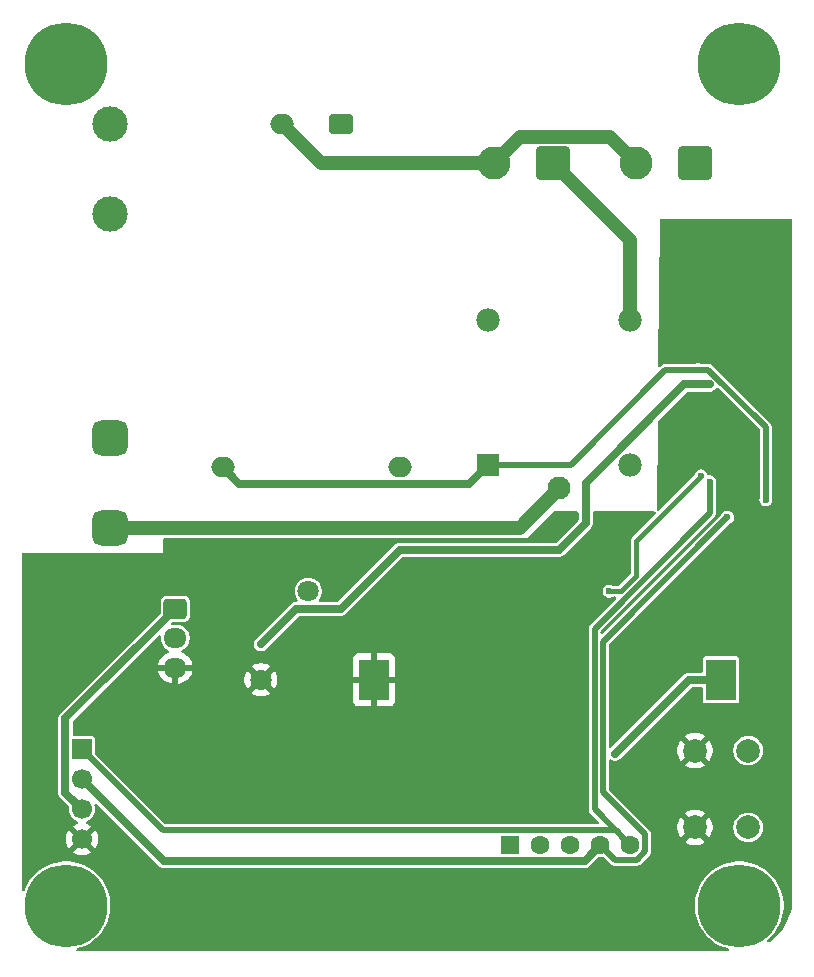
<source format=gbr>
%TF.GenerationSoftware,KiCad,Pcbnew,9.0.7-9.0.7~ubuntu22.04.1*%
%TF.CreationDate,2026-01-30T05:50:44+05:30*%
%TF.ProjectId,SOLDERING_IRON_CONTROLLER,534f4c44-4552-4494-9e47-5f49524f4e5f,rev?*%
%TF.SameCoordinates,Original*%
%TF.FileFunction,Copper,L2,Bot*%
%TF.FilePolarity,Positive*%
%FSLAX46Y46*%
G04 Gerber Fmt 4.6, Leading zero omitted, Abs format (unit mm)*
G04 Created by KiCad (PCBNEW 9.0.7-9.0.7~ubuntu22.04.1) date 2026-01-30 05:50:44*
%MOMM*%
%LPD*%
G01*
G04 APERTURE LIST*
G04 Aperture macros list*
%AMRoundRect*
0 Rectangle with rounded corners*
0 $1 Rounding radius*
0 $2 $3 $4 $5 $6 $7 $8 $9 X,Y pos of 4 corners*
0 Add a 4 corners polygon primitive as box body*
4,1,4,$2,$3,$4,$5,$6,$7,$8,$9,$2,$3,0*
0 Add four circle primitives for the rounded corners*
1,1,$1+$1,$2,$3*
1,1,$1+$1,$4,$5*
1,1,$1+$1,$6,$7*
1,1,$1+$1,$8,$9*
0 Add four rect primitives between the rounded corners*
20,1,$1+$1,$2,$3,$4,$5,0*
20,1,$1+$1,$4,$5,$6,$7,0*
20,1,$1+$1,$6,$7,$8,$9,0*
20,1,$1+$1,$8,$9,$2,$3,0*%
G04 Aperture macros list end*
%TA.AperFunction,ComponentPad*%
%ADD10RoundRect,0.750000X0.750000X-0.750000X0.750000X0.750000X-0.750000X0.750000X-0.750000X-0.750000X0*%
%TD*%
%TA.AperFunction,ComponentPad*%
%ADD11C,3.000000*%
%TD*%
%TA.AperFunction,ComponentPad*%
%ADD12C,0.800000*%
%TD*%
%TA.AperFunction,ComponentPad*%
%ADD13C,7.000000*%
%TD*%
%TA.AperFunction,ComponentPad*%
%ADD14R,1.600000X1.600000*%
%TD*%
%TA.AperFunction,ComponentPad*%
%ADD15C,1.600000*%
%TD*%
%TA.AperFunction,ComponentPad*%
%ADD16RoundRect,0.250001X1.149999X1.149999X-1.149999X1.149999X-1.149999X-1.149999X1.149999X-1.149999X0*%
%TD*%
%TA.AperFunction,ComponentPad*%
%ADD17C,2.800000*%
%TD*%
%TA.AperFunction,ComponentPad*%
%ADD18C,1.800000*%
%TD*%
%TA.AperFunction,ComponentPad*%
%ADD19RoundRect,0.250000X-0.750000X0.600000X-0.750000X-0.600000X0.750000X-0.600000X0.750000X0.600000X0*%
%TD*%
%TA.AperFunction,ComponentPad*%
%ADD20O,2.000000X1.700000*%
%TD*%
%TA.AperFunction,ComponentPad*%
%ADD21RoundRect,0.250000X-0.725000X0.600000X-0.725000X-0.600000X0.725000X-0.600000X0.725000X0.600000X0*%
%TD*%
%TA.AperFunction,ComponentPad*%
%ADD22O,1.950000X1.700000*%
%TD*%
%TA.AperFunction,ComponentPad*%
%ADD23R,1.980000X1.980000*%
%TD*%
%TA.AperFunction,ComponentPad*%
%ADD24C,1.980000*%
%TD*%
%TA.AperFunction,ComponentPad*%
%ADD25C,1.935000*%
%TD*%
%TA.AperFunction,ComponentPad*%
%ADD26C,2.000000*%
%TD*%
%TA.AperFunction,ComponentPad*%
%ADD27R,1.700000X1.700000*%
%TD*%
%TA.AperFunction,ComponentPad*%
%ADD28C,1.700000*%
%TD*%
%TA.AperFunction,SMDPad,CuDef*%
%ADD29R,2.540000X3.510000*%
%TD*%
%TA.AperFunction,ViaPad*%
%ADD30C,0.600000*%
%TD*%
%TA.AperFunction,ViaPad*%
%ADD31C,0.800000*%
%TD*%
%TA.AperFunction,Conductor*%
%ADD32C,0.500000*%
%TD*%
%TA.AperFunction,Conductor*%
%ADD33C,0.700000*%
%TD*%
%TA.AperFunction,Conductor*%
%ADD34C,0.400000*%
%TD*%
%TA.AperFunction,Conductor*%
%ADD35C,1.200000*%
%TD*%
G04 APERTURE END LIST*
D10*
%TO.P,F1,1*%
%TO.N,LIVE*%
X129750000Y-91370000D03*
X129750000Y-83750000D03*
D11*
%TO.P,F1,2*%
%TO.N,FUSED_LIVE*%
X129750000Y-64780000D03*
X129750000Y-57160000D03*
%TD*%
D12*
%TO.P,H3,1*%
%TO.N,N/C*%
X183010000Y-120735000D03*
X184866155Y-121503845D03*
X181153845Y-121503845D03*
X185635000Y-123360000D03*
D13*
X183010000Y-123360000D03*
D12*
X180385000Y-123360000D03*
X184866155Y-125216155D03*
X181153845Y-125216155D03*
X183010000Y-125985000D03*
%TD*%
D14*
%TO.P,RN1,1,common*%
%TO.N,3V3*%
X163640000Y-118235000D03*
D15*
%TO.P,RN1,2,R1*%
%TO.N,unconnected-(RN1-R1-Pad2)*%
X166180000Y-118235000D03*
%TO.P,RN1,3,R2*%
%TO.N,INT*%
X168720000Y-118235000D03*
%TO.P,RN1,4,R3*%
%TO.N,SCL*%
X171260000Y-118235000D03*
%TO.P,RN1,5,R4*%
%TO.N,SDA*%
X173800000Y-118235000D03*
%TD*%
D16*
%TO.P,J3,1,Pin_1*%
%TO.N,/LIVE1*%
X167260000Y-60485000D03*
D17*
%TO.P,J3,2,Pin_2*%
%TO.N,NEUTRAL*%
X162260000Y-60485000D03*
%TD*%
D18*
%TO.P,RV1,1*%
%TO.N,5V*%
X146510000Y-96735000D03*
%TO.P,RV1,2*%
%TO.N,GND*%
X142510000Y-104235000D03*
%TD*%
D19*
%TO.P,PS1,1,AC/L*%
%TO.N,FUSED_LIVE*%
X149260000Y-57155000D03*
D20*
%TO.P,PS1,2,AC/N*%
%TO.N,NEUTRAL*%
X144260000Y-57155000D03*
%TO.P,PS1,3,-Vout*%
%TO.N,GND*%
X154260000Y-86235000D03*
%TO.P,PS1,4,+Vout*%
%TO.N,5V*%
X139260000Y-86235000D03*
%TD*%
D21*
%TO.P,J4,1,Pin_1*%
%TO.N,5V*%
X135260000Y-98217500D03*
D22*
%TO.P,J4,2,Pin_2*%
%TO.N,/TEMP*%
X135260000Y-100717500D03*
%TO.P,J4,3,Pin_3*%
%TO.N,GND*%
X135260000Y-103217500D03*
%TD*%
D23*
%TO.P,K1,A1*%
%TO.N,5V*%
X161760000Y-86020000D03*
D24*
%TO.P,K1,A2*%
%TO.N,/MOS_1*%
X173760000Y-86020000D03*
D25*
%TO.P,K1,COM*%
%TO.N,LIVE*%
X167760000Y-88020000D03*
D24*
%TO.P,K1,NC*%
%TO.N,unconnected-(K1-PadNC)*%
X161760000Y-73820000D03*
%TO.P,K1,NO*%
%TO.N,/LIVE1*%
X173760000Y-73820000D03*
%TD*%
D26*
%TO.P,SW1,1,1*%
%TO.N,/SW*%
X183760000Y-110235000D03*
X183760000Y-116735000D03*
%TO.P,SW1,2,2*%
%TO.N,GND*%
X179260000Y-110235000D03*
X179260000Y-116735000D03*
%TD*%
D12*
%TO.P,H1,1*%
%TO.N,N/C*%
X183010000Y-49485000D03*
X184866155Y-50253845D03*
X181153845Y-50253845D03*
X185635000Y-52110000D03*
D13*
X183010000Y-52110000D03*
D12*
X180385000Y-52110000D03*
X184866155Y-53966155D03*
X181153845Y-53966155D03*
X183010000Y-54735000D03*
%TD*%
D27*
%TO.P,J1,1,Pin_1*%
%TO.N,SDA*%
X127360000Y-110115000D03*
D28*
%TO.P,J1,2,Pin_2*%
%TO.N,SCL*%
X127360000Y-112655000D03*
%TO.P,J1,3,Pin_3*%
%TO.N,5V*%
X127360000Y-115195000D03*
%TO.P,J1,4,Pin_4*%
%TO.N,GND*%
X127360000Y-117735000D03*
%TD*%
D16*
%TO.P,J5,1,Pin_1*%
%TO.N,LIVE*%
X179260000Y-60485000D03*
D17*
%TO.P,J5,2,Pin_2*%
%TO.N,NEUTRAL*%
X174260000Y-60485000D03*
%TD*%
D12*
%TO.P,H2,1*%
%TO.N,N/C*%
X126010000Y-49485000D03*
X127866155Y-50253845D03*
X124153845Y-50253845D03*
X128635000Y-52110000D03*
D13*
X126010000Y-52110000D03*
D12*
X123385000Y-52110000D03*
X127866155Y-53966155D03*
X124153845Y-53966155D03*
X126010000Y-54735000D03*
%TD*%
%TO.P,H4,1*%
%TO.N,N/C*%
X126010000Y-120735000D03*
X127866155Y-121503845D03*
X124153845Y-121503845D03*
X128635000Y-123360000D03*
D13*
X126010000Y-123360000D03*
D12*
X123385000Y-123360000D03*
X127866155Y-125216155D03*
X124153845Y-125216155D03*
X126010000Y-125985000D03*
%TD*%
D29*
%TO.P,J2,1,Pin_1*%
%TO.N,VBAT*%
X181440000Y-104235000D03*
%TO.P,J2,2,Pin_2*%
%TO.N,GND*%
X152080000Y-104235000D03*
%TD*%
D30*
%TO.N,5V*%
X179510000Y-77985000D03*
X185260000Y-88985000D03*
D31*
%TO.N,GND*%
X174760000Y-109985000D03*
X184010000Y-90235000D03*
X186510000Y-108485000D03*
X181260000Y-83735000D03*
D30*
%TO.N,SDA*%
X180510000Y-87485000D03*
%TO.N,SCL*%
X182010000Y-90485000D03*
%TO.N,VBAT*%
X172510000Y-110485000D03*
%TO.N,/TEMP*%
X180510000Y-79235000D03*
X142510000Y-101235000D03*
%TO.N,REL1*%
X179760000Y-86985000D03*
X172010000Y-96735000D03*
%TD*%
D32*
%TO.N,5V*%
X180392785Y-77985000D02*
X185260000Y-82852215D01*
D33*
X125959000Y-113794000D02*
X125959000Y-107518500D01*
X125959000Y-107518500D02*
X135260000Y-98217500D01*
D32*
X185260000Y-82852215D02*
X185260000Y-88985000D01*
X179510000Y-77985000D02*
X180392785Y-77985000D01*
D33*
X139260000Y-86235000D02*
X140661000Y-87636000D01*
X160144000Y-87636000D02*
X161760000Y-86020000D01*
D32*
X161760000Y-86020000D02*
X168725000Y-86020000D01*
D33*
X140661000Y-87636000D02*
X160144000Y-87636000D01*
D32*
X168725000Y-86020000D02*
X176760000Y-77985000D01*
D33*
X127360000Y-115195000D02*
X125959000Y-113794000D01*
D32*
X176760000Y-77985000D02*
X179510000Y-77985000D01*
D34*
%TO.N,GND*%
X176260000Y-108485000D02*
X174760000Y-109985000D01*
X181260000Y-83735000D02*
X184010000Y-86485000D01*
X186510000Y-108485000D02*
X176260000Y-108485000D01*
X184010000Y-86485000D02*
X184010000Y-90235000D01*
D35*
%TO.N,LIVE*%
X164410000Y-91370000D02*
X167760000Y-88020000D01*
X129750000Y-91370000D02*
X164410000Y-91370000D01*
D32*
%TO.N,SDA*%
X173800000Y-118235000D02*
X170760000Y-115195000D01*
X180510000Y-90155654D02*
X180510000Y-87485000D01*
X170760000Y-115195000D02*
X170760000Y-99905654D01*
X170760000Y-99905654D02*
X180510000Y-90155654D01*
X161260000Y-116985000D02*
X134230000Y-116985000D01*
X134230000Y-116985000D02*
X127360000Y-110115000D01*
X172549000Y-116984000D02*
X161261000Y-116984000D01*
X161261000Y-116984000D02*
X161260000Y-116985000D01*
X173800000Y-118235000D02*
X172549000Y-116984000D01*
%TO.N,SCL*%
X174318182Y-119486000D02*
X175051000Y-118753182D01*
X172511000Y-119486000D02*
X174318182Y-119486000D01*
D33*
X127360000Y-112655000D02*
X134291000Y-119586000D01*
D32*
X171461000Y-101034000D02*
X182010000Y-90485000D01*
D33*
X169909000Y-119586000D02*
X171260000Y-118235000D01*
D32*
X171260000Y-118235000D02*
X172511000Y-119486000D01*
D33*
X134291000Y-119586000D02*
X169909000Y-119586000D01*
D32*
X175051000Y-117325000D02*
X171461000Y-113735000D01*
X175051000Y-118753182D02*
X175051000Y-117325000D01*
X171461000Y-113735000D02*
X171461000Y-101034000D01*
D33*
%TO.N,VBAT*%
X181440000Y-104235000D02*
X178760000Y-104235000D01*
X178760000Y-104235000D02*
X172510000Y-110485000D01*
D35*
%TO.N,NEUTRAL*%
X162260000Y-60485000D02*
X147590000Y-60485000D01*
X172059000Y-58284000D02*
X164461000Y-58284000D01*
X174260000Y-60485000D02*
X172059000Y-58284000D01*
X164461000Y-58284000D02*
X162260000Y-60485000D01*
X147590000Y-60485000D02*
X144260000Y-57155000D01*
%TO.N,/LIVE1*%
X173760000Y-66985000D02*
X167260000Y-60485000D01*
X173760000Y-73820000D02*
X173760000Y-66985000D01*
D33*
%TO.N,/TEMP*%
X170010000Y-90985000D02*
X167760000Y-93235000D01*
X170010000Y-87590696D02*
X170010000Y-90985000D01*
X145510000Y-98235000D02*
X142510000Y-101235000D01*
X167760000Y-93235000D02*
X154260000Y-93235000D01*
X180510000Y-79235000D02*
X178365696Y-79235000D01*
X154260000Y-93235000D02*
X149260000Y-98235000D01*
X149260000Y-98235000D02*
X145510000Y-98235000D01*
X178365696Y-79235000D02*
X170010000Y-87590696D01*
D34*
%TO.N,REL1*%
X179760000Y-86985000D02*
X174260000Y-92485000D01*
X174260000Y-95485000D02*
X173010000Y-96735000D01*
X174260000Y-92485000D02*
X174260000Y-95485000D01*
X173010000Y-96735000D02*
X172010000Y-96735000D01*
%TD*%
%TA.AperFunction,Conductor*%
%TO.N,GND*%
G36*
X187452539Y-65254685D02*
G01*
X187498294Y-65307489D01*
X187509500Y-65359000D01*
X187509500Y-122732293D01*
X187509382Y-122737702D01*
X187492614Y-123121750D01*
X187491671Y-123132526D01*
X187441849Y-123510957D01*
X187439971Y-123521610D01*
X187357354Y-123894272D01*
X187354554Y-123904721D01*
X187239775Y-124268755D01*
X187236075Y-124278921D01*
X187090002Y-124631572D01*
X187085430Y-124641376D01*
X186909183Y-124979942D01*
X186903775Y-124989310D01*
X186698681Y-125311244D01*
X186692476Y-125320105D01*
X186460110Y-125622930D01*
X186453156Y-125631217D01*
X186195284Y-125912635D01*
X186187635Y-125920284D01*
X185906217Y-126178156D01*
X185897930Y-126185110D01*
X185595105Y-126417476D01*
X185586245Y-126423680D01*
X185551008Y-126446129D01*
X185483892Y-126465548D01*
X185416930Y-126445598D01*
X185371385Y-126392614D01*
X185361715Y-126323417D01*
X185390991Y-126259976D01*
X185405717Y-126245696D01*
X185531719Y-126142289D01*
X185792289Y-125881719D01*
X186026063Y-125596865D01*
X186230791Y-125290468D01*
X186404501Y-124965479D01*
X186545520Y-124625029D01*
X186652490Y-124272396D01*
X186652492Y-124272386D01*
X186652495Y-124272375D01*
X186724381Y-123910975D01*
X186726026Y-123894272D01*
X186760500Y-123544250D01*
X186760500Y-123175750D01*
X186724381Y-122809024D01*
X186696550Y-122669108D01*
X186652495Y-122447624D01*
X186652492Y-122447613D01*
X186652491Y-122447610D01*
X186652490Y-122447604D01*
X186545520Y-122094971D01*
X186404501Y-121754521D01*
X186230791Y-121429532D01*
X186026063Y-121123135D01*
X185792289Y-120838281D01*
X185792288Y-120838280D01*
X185792284Y-120838275D01*
X185531724Y-120577715D01*
X185246870Y-120343941D01*
X185246869Y-120343940D01*
X185246865Y-120343937D01*
X184940468Y-120139209D01*
X184940463Y-120139206D01*
X184940456Y-120139202D01*
X184615486Y-119965502D01*
X184615481Y-119965500D01*
X184589446Y-119954716D01*
X184424756Y-119886499D01*
X184275030Y-119824480D01*
X183922386Y-119717507D01*
X183922375Y-119717504D01*
X183560975Y-119645618D01*
X183284772Y-119618415D01*
X183194250Y-119609500D01*
X182825750Y-119609500D01*
X182742109Y-119617737D01*
X182459024Y-119645618D01*
X182097624Y-119717504D01*
X182097613Y-119717507D01*
X181744969Y-119824480D01*
X181404518Y-119965500D01*
X181404513Y-119965502D01*
X181079543Y-120139202D01*
X181079525Y-120139213D01*
X180773143Y-120343931D01*
X180773129Y-120343941D01*
X180488275Y-120577715D01*
X180227715Y-120838275D01*
X179993941Y-121123129D01*
X179993931Y-121123143D01*
X179789213Y-121429525D01*
X179789202Y-121429543D01*
X179615502Y-121754513D01*
X179615500Y-121754518D01*
X179474480Y-122094969D01*
X179367507Y-122447613D01*
X179367504Y-122447624D01*
X179295618Y-122809024D01*
X179273526Y-123033341D01*
X179264819Y-123121750D01*
X179259500Y-123175753D01*
X179259500Y-123544246D01*
X179295618Y-123910975D01*
X179367504Y-124272375D01*
X179367507Y-124272386D01*
X179474480Y-124625030D01*
X179615500Y-124965481D01*
X179615502Y-124965486D01*
X179789202Y-125290456D01*
X179789213Y-125290474D01*
X179993931Y-125596856D01*
X179993941Y-125596870D01*
X180227715Y-125881724D01*
X180488275Y-126142284D01*
X180488280Y-126142288D01*
X180488281Y-126142289D01*
X180773135Y-126376063D01*
X181079532Y-126580791D01*
X181079541Y-126580796D01*
X181079543Y-126580797D01*
X181404513Y-126754497D01*
X181404515Y-126754497D01*
X181404521Y-126754501D01*
X181744971Y-126895520D01*
X182062495Y-126991839D01*
X182120933Y-127030137D01*
X182149389Y-127093949D01*
X182138829Y-127163016D01*
X182092605Y-127215410D01*
X182026499Y-127234500D01*
X126993501Y-127234500D01*
X126926462Y-127214815D01*
X126880707Y-127162011D01*
X126870763Y-127092853D01*
X126899788Y-127029297D01*
X126957504Y-126991839D01*
X127275029Y-126895520D01*
X127615479Y-126754501D01*
X127940468Y-126580791D01*
X128246865Y-126376063D01*
X128531719Y-126142289D01*
X128792289Y-125881719D01*
X129026063Y-125596865D01*
X129230791Y-125290468D01*
X129404501Y-124965479D01*
X129545520Y-124625029D01*
X129652490Y-124272396D01*
X129652492Y-124272386D01*
X129652495Y-124272375D01*
X129724381Y-123910975D01*
X129726026Y-123894272D01*
X129760500Y-123544250D01*
X129760500Y-123175750D01*
X129724381Y-122809024D01*
X129696550Y-122669108D01*
X129652495Y-122447624D01*
X129652492Y-122447613D01*
X129652491Y-122447610D01*
X129652490Y-122447604D01*
X129545520Y-122094971D01*
X129404501Y-121754521D01*
X129230791Y-121429532D01*
X129026063Y-121123135D01*
X128792289Y-120838281D01*
X128792288Y-120838280D01*
X128792284Y-120838275D01*
X128531724Y-120577715D01*
X128246870Y-120343941D01*
X128246869Y-120343940D01*
X128246865Y-120343937D01*
X127940468Y-120139209D01*
X127940463Y-120139206D01*
X127940456Y-120139202D01*
X127615486Y-119965502D01*
X127615481Y-119965500D01*
X127589446Y-119954716D01*
X127424756Y-119886499D01*
X127275030Y-119824480D01*
X126922386Y-119717507D01*
X126922375Y-119717504D01*
X126560975Y-119645618D01*
X126284772Y-119618415D01*
X126194250Y-119609500D01*
X125825750Y-119609500D01*
X125742109Y-119617737D01*
X125459024Y-119645618D01*
X125097624Y-119717504D01*
X125097613Y-119717507D01*
X124744969Y-119824480D01*
X124404518Y-119965500D01*
X124404513Y-119965502D01*
X124079543Y-120139202D01*
X124079525Y-120139213D01*
X123773143Y-120343931D01*
X123773129Y-120343941D01*
X123488275Y-120577715D01*
X123227715Y-120838275D01*
X122993941Y-121123129D01*
X122993931Y-121123143D01*
X122789213Y-121429525D01*
X122789202Y-121429543D01*
X122615502Y-121754513D01*
X122615500Y-121754518D01*
X122499061Y-122035627D01*
X122455220Y-122090030D01*
X122388926Y-122112095D01*
X122321226Y-122094816D01*
X122273616Y-122043678D01*
X122260500Y-121988174D01*
X122260500Y-93609000D01*
X122280185Y-93541961D01*
X122332989Y-93496206D01*
X122384500Y-93485000D01*
X134260000Y-93485000D01*
X134260000Y-92359000D01*
X134279685Y-92291961D01*
X134332489Y-92246206D01*
X134384000Y-92235000D01*
X165010000Y-92235000D01*
X167223681Y-90021319D01*
X167285004Y-89987834D01*
X167311362Y-89985000D01*
X169285500Y-89985000D01*
X169352539Y-90004685D01*
X169398294Y-90057489D01*
X169409500Y-90109000D01*
X169409500Y-90684902D01*
X169389815Y-90751941D01*
X169373181Y-90772583D01*
X167547584Y-92598181D01*
X167486261Y-92631666D01*
X167459903Y-92634500D01*
X154346669Y-92634500D01*
X154346653Y-92634499D01*
X154339057Y-92634499D01*
X154180943Y-92634499D01*
X154100978Y-92655926D01*
X154028210Y-92675424D01*
X154028209Y-92675425D01*
X153978096Y-92704359D01*
X153978095Y-92704360D01*
X153945870Y-92722965D01*
X153891285Y-92754479D01*
X153891282Y-92754481D01*
X153814655Y-92831109D01*
X153779480Y-92866284D01*
X153779478Y-92866286D01*
X151398425Y-95247340D01*
X149047584Y-97598181D01*
X148986261Y-97631666D01*
X148959903Y-97634500D01*
X147521936Y-97634500D01*
X147454897Y-97614815D01*
X147409142Y-97562011D01*
X147399198Y-97492853D01*
X147421618Y-97437615D01*
X147466987Y-97375169D01*
X147493996Y-97337994D01*
X147576211Y-97176639D01*
X147632171Y-97004409D01*
X147646765Y-96912259D01*
X147660500Y-96825551D01*
X147660500Y-96644448D01*
X147641186Y-96522511D01*
X147632171Y-96465591D01*
X147576578Y-96294491D01*
X147576212Y-96293363D01*
X147576211Y-96293360D01*
X147520743Y-96184500D01*
X147493996Y-96132006D01*
X147480396Y-96113287D01*
X147387558Y-95985505D01*
X147387554Y-95985500D01*
X147259499Y-95857445D01*
X147259494Y-95857441D01*
X147112997Y-95751006D01*
X147112996Y-95751005D01*
X147112994Y-95751004D01*
X147061300Y-95724664D01*
X146951639Y-95668788D01*
X146951636Y-95668787D01*
X146779410Y-95612829D01*
X146600551Y-95584500D01*
X146600546Y-95584500D01*
X146419454Y-95584500D01*
X146419449Y-95584500D01*
X146240589Y-95612829D01*
X146068363Y-95668787D01*
X146068360Y-95668788D01*
X145907002Y-95751006D01*
X145760505Y-95857441D01*
X145760500Y-95857445D01*
X145632445Y-95985500D01*
X145632441Y-95985505D01*
X145526006Y-96132002D01*
X145443788Y-96293360D01*
X145443787Y-96293363D01*
X145387829Y-96465589D01*
X145359500Y-96644448D01*
X145359500Y-96825551D01*
X145387829Y-97004410D01*
X145443787Y-97176636D01*
X145443788Y-97176639D01*
X145480140Y-97247982D01*
X145520477Y-97327147D01*
X145526006Y-97337997D01*
X145598381Y-97437614D01*
X145621861Y-97503420D01*
X145606035Y-97571474D01*
X145555929Y-97620169D01*
X145498063Y-97634499D01*
X145430943Y-97634499D01*
X145354579Y-97654961D01*
X145278214Y-97675423D01*
X145278209Y-97675426D01*
X145141290Y-97754475D01*
X145141282Y-97754481D01*
X142029483Y-100866281D01*
X142029481Y-100866284D01*
X141950423Y-101003214D01*
X141950423Y-101003215D01*
X141909499Y-101155943D01*
X141909499Y-101155945D01*
X141909499Y-101314054D01*
X141909498Y-101314054D01*
X141909499Y-101314057D01*
X141950423Y-101466785D01*
X142029481Y-101603716D01*
X142141284Y-101715519D01*
X142278215Y-101794577D01*
X142430943Y-101835501D01*
X142430946Y-101835501D01*
X142589054Y-101835501D01*
X142589057Y-101835501D01*
X142741785Y-101794577D01*
X142878716Y-101715519D01*
X145722417Y-98871819D01*
X145783740Y-98838334D01*
X145810098Y-98835500D01*
X149173331Y-98835500D01*
X149173347Y-98835501D01*
X149180943Y-98835501D01*
X149339054Y-98835501D01*
X149339057Y-98835501D01*
X149491785Y-98794577D01*
X149541904Y-98765639D01*
X149628716Y-98715520D01*
X149740520Y-98603716D01*
X149740520Y-98603714D01*
X149750728Y-98593507D01*
X149750729Y-98593504D01*
X154472416Y-93871819D01*
X154533739Y-93838334D01*
X154560097Y-93835500D01*
X167673331Y-93835500D01*
X167673347Y-93835501D01*
X167680943Y-93835501D01*
X167839054Y-93835501D01*
X167839057Y-93835501D01*
X167991785Y-93794577D01*
X168041904Y-93765639D01*
X168128716Y-93715520D01*
X168240520Y-93603716D01*
X168240520Y-93603714D01*
X168250728Y-93593507D01*
X168250729Y-93593504D01*
X170490520Y-91353716D01*
X170569577Y-91216784D01*
X170610501Y-91064057D01*
X170610501Y-90905942D01*
X170610501Y-90898347D01*
X170610500Y-90898329D01*
X170610500Y-90109000D01*
X170630185Y-90041961D01*
X170682989Y-89996206D01*
X170734500Y-89985000D01*
X175823534Y-89985000D01*
X175890573Y-90004685D01*
X175936328Y-90057489D01*
X175946272Y-90126647D01*
X175917247Y-90190203D01*
X175911215Y-90196681D01*
X173899513Y-92208383D01*
X173899509Y-92208389D01*
X173840201Y-92311112D01*
X173840200Y-92311117D01*
X173809500Y-92425691D01*
X173809500Y-95247035D01*
X173789815Y-95314074D01*
X173773181Y-95334716D01*
X172859716Y-96248181D01*
X172798393Y-96281666D01*
X172772035Y-96284500D01*
X172363936Y-96284500D01*
X172301936Y-96267887D01*
X172222485Y-96222016D01*
X172082475Y-96184500D01*
X171937525Y-96184500D01*
X171808993Y-96218940D01*
X171797511Y-96222017D01*
X171671988Y-96294488D01*
X171671982Y-96294493D01*
X171569493Y-96396982D01*
X171569488Y-96396988D01*
X171497017Y-96522511D01*
X171497016Y-96522515D01*
X171459500Y-96662525D01*
X171459500Y-96807475D01*
X171464344Y-96825551D01*
X171497017Y-96947488D01*
X171569488Y-97073011D01*
X171569490Y-97073013D01*
X171569491Y-97073015D01*
X171671985Y-97175509D01*
X171671986Y-97175510D01*
X171671988Y-97175511D01*
X171797511Y-97247982D01*
X171797512Y-97247982D01*
X171797515Y-97247984D01*
X171937525Y-97285500D01*
X171937528Y-97285500D01*
X172082472Y-97285500D01*
X172082475Y-97285500D01*
X172222485Y-97247984D01*
X172301936Y-97202112D01*
X172317424Y-97197962D01*
X172329001Y-97190523D01*
X172363936Y-97185500D01*
X172472978Y-97185500D01*
X172540017Y-97205185D01*
X172585772Y-97257989D01*
X172595716Y-97327147D01*
X172566691Y-97390703D01*
X172560659Y-97397181D01*
X170435245Y-99522594D01*
X170435244Y-99522594D01*
X170435245Y-99522595D01*
X170359500Y-99598340D01*
X170293608Y-99712466D01*
X170259500Y-99839762D01*
X170259500Y-115260891D01*
X170293608Y-115388187D01*
X170326554Y-115445250D01*
X170359500Y-115502314D01*
X170359502Y-115502316D01*
X171129005Y-116271819D01*
X171162490Y-116333142D01*
X171157506Y-116402834D01*
X171115634Y-116458767D01*
X171050170Y-116483184D01*
X171041324Y-116483500D01*
X161194641Y-116483500D01*
X161179385Y-116484500D01*
X134488676Y-116484500D01*
X134421637Y-116464815D01*
X134400995Y-116448181D01*
X128496819Y-110544005D01*
X128463334Y-110482682D01*
X128460500Y-110456324D01*
X128460500Y-109240323D01*
X128460499Y-109240321D01*
X128445967Y-109167264D01*
X128445966Y-109167260D01*
X128444774Y-109165476D01*
X128390601Y-109084399D01*
X128307740Y-109029034D01*
X128307739Y-109029033D01*
X128307735Y-109029032D01*
X128234677Y-109014500D01*
X128234674Y-109014500D01*
X126683500Y-109014500D01*
X126616461Y-108994815D01*
X126570706Y-108942011D01*
X126559500Y-108890500D01*
X126559500Y-107818596D01*
X126579185Y-107751557D01*
X126595814Y-107730920D01*
X128288890Y-106037844D01*
X150310000Y-106037844D01*
X150316401Y-106097372D01*
X150316403Y-106097379D01*
X150366645Y-106232086D01*
X150366649Y-106232093D01*
X150452809Y-106347187D01*
X150452812Y-106347190D01*
X150567906Y-106433350D01*
X150567913Y-106433354D01*
X150702620Y-106483596D01*
X150702627Y-106483598D01*
X150762155Y-106489999D01*
X150762172Y-106490000D01*
X151830000Y-106490000D01*
X152330000Y-106490000D01*
X153397828Y-106490000D01*
X153397844Y-106489999D01*
X153457372Y-106483598D01*
X153457379Y-106483596D01*
X153592086Y-106433354D01*
X153592093Y-106433350D01*
X153707187Y-106347190D01*
X153707190Y-106347187D01*
X153793350Y-106232093D01*
X153793354Y-106232086D01*
X153843596Y-106097379D01*
X153843598Y-106097372D01*
X153849999Y-106037844D01*
X153850000Y-106037827D01*
X153850000Y-104485000D01*
X152330000Y-104485000D01*
X152330000Y-106490000D01*
X151830000Y-106490000D01*
X151830000Y-104485000D01*
X150310000Y-104485000D01*
X150310000Y-106037844D01*
X128288890Y-106037844D01*
X133828379Y-100498354D01*
X133889700Y-100464871D01*
X133959392Y-100469855D01*
X134015325Y-100511727D01*
X134039742Y-100577191D01*
X134038532Y-100605431D01*
X134034500Y-100630889D01*
X134034500Y-100804111D01*
X134061598Y-100975201D01*
X134115127Y-101139945D01*
X134193768Y-101294288D01*
X134295586Y-101434428D01*
X134418072Y-101556914D01*
X134482492Y-101603718D01*
X134558213Y-101658733D01*
X134682999Y-101722314D01*
X134733796Y-101770288D01*
X134750591Y-101838109D01*
X134728054Y-101904244D01*
X134673339Y-101947696D01*
X134665024Y-101950730D01*
X134616781Y-101966405D01*
X134427442Y-102062879D01*
X134255540Y-102187772D01*
X134255535Y-102187776D01*
X134105276Y-102338035D01*
X134105272Y-102338040D01*
X133980379Y-102509942D01*
X133883904Y-102699282D01*
X133818242Y-102901370D01*
X133818242Y-102901373D01*
X133807769Y-102967500D01*
X134855854Y-102967500D01*
X134817370Y-103034157D01*
X134785000Y-103154965D01*
X134785000Y-103280035D01*
X134817370Y-103400843D01*
X134855854Y-103467500D01*
X133807769Y-103467500D01*
X133818242Y-103533626D01*
X133818242Y-103533629D01*
X133883904Y-103735717D01*
X133980379Y-103925057D01*
X134105272Y-104096959D01*
X134105276Y-104096964D01*
X134255535Y-104247223D01*
X134255540Y-104247227D01*
X134427442Y-104372120D01*
X134616782Y-104468595D01*
X134818872Y-104534257D01*
X135010000Y-104564529D01*
X135010000Y-103621645D01*
X135076657Y-103660130D01*
X135197465Y-103692500D01*
X135322535Y-103692500D01*
X135443343Y-103660130D01*
X135510000Y-103621645D01*
X135510000Y-104564528D01*
X135701127Y-104534257D01*
X135903217Y-104468595D01*
X136092557Y-104372120D01*
X136264459Y-104247227D01*
X136264464Y-104247223D01*
X136386869Y-104124818D01*
X141110000Y-104124818D01*
X141110000Y-104345181D01*
X141144473Y-104562835D01*
X141212567Y-104772410D01*
X141312611Y-104968756D01*
X141358932Y-105032513D01*
X142110000Y-104281445D01*
X142110000Y-104287661D01*
X142137259Y-104389394D01*
X142189920Y-104480606D01*
X142264394Y-104555080D01*
X142355606Y-104607741D01*
X142457339Y-104635000D01*
X142463553Y-104635000D01*
X141712485Y-105386065D01*
X141712485Y-105386066D01*
X141776243Y-105432388D01*
X141972589Y-105532432D01*
X142182164Y-105600526D01*
X142399819Y-105635000D01*
X142620181Y-105635000D01*
X142837835Y-105600526D01*
X143047410Y-105532432D01*
X143243760Y-105432386D01*
X143307513Y-105386066D01*
X143307514Y-105386066D01*
X142556447Y-104635000D01*
X142562661Y-104635000D01*
X142664394Y-104607741D01*
X142755606Y-104555080D01*
X142830080Y-104480606D01*
X142882741Y-104389394D01*
X142910000Y-104287661D01*
X142910000Y-104281448D01*
X143661066Y-105032514D01*
X143661066Y-105032513D01*
X143707386Y-104968760D01*
X143807432Y-104772410D01*
X143875526Y-104562835D01*
X143899062Y-104414240D01*
X143910000Y-104345181D01*
X143910000Y-104124818D01*
X143875526Y-103907164D01*
X143807432Y-103697589D01*
X143707388Y-103501243D01*
X143661066Y-103437485D01*
X143661065Y-103437485D01*
X142910000Y-104188551D01*
X142910000Y-104182339D01*
X142882741Y-104080606D01*
X142830080Y-103989394D01*
X142755606Y-103914920D01*
X142664394Y-103862259D01*
X142562661Y-103835000D01*
X142556445Y-103835000D01*
X143307513Y-103083932D01*
X143243756Y-103037611D01*
X143047410Y-102937567D01*
X142837835Y-102869473D01*
X142620181Y-102835000D01*
X142399819Y-102835000D01*
X142182164Y-102869473D01*
X141972589Y-102937567D01*
X141776233Y-103037616D01*
X141712485Y-103083931D01*
X141712485Y-103083932D01*
X142463553Y-103835000D01*
X142457339Y-103835000D01*
X142355606Y-103862259D01*
X142264394Y-103914920D01*
X142189920Y-103989394D01*
X142137259Y-104080606D01*
X142110000Y-104182339D01*
X142110000Y-104188553D01*
X141358932Y-103437485D01*
X141358931Y-103437485D01*
X141312616Y-103501233D01*
X141212567Y-103697589D01*
X141144473Y-103907164D01*
X141110000Y-104124818D01*
X136386869Y-104124818D01*
X136414723Y-104096964D01*
X136414727Y-104096959D01*
X136450981Y-104047061D01*
X136539620Y-103925057D01*
X136636095Y-103735717D01*
X136701757Y-103533629D01*
X136701757Y-103533626D01*
X136712231Y-103467500D01*
X135664146Y-103467500D01*
X135702630Y-103400843D01*
X135735000Y-103280035D01*
X135735000Y-103154965D01*
X135702630Y-103034157D01*
X135664146Y-102967500D01*
X136712231Y-102967500D01*
X136701757Y-102901373D01*
X136701757Y-102901370D01*
X136636095Y-102699282D01*
X136539621Y-102509943D01*
X136533658Y-102501735D01*
X136533657Y-102501734D01*
X136483105Y-102432155D01*
X150310000Y-102432155D01*
X150310000Y-103985000D01*
X151830000Y-103985000D01*
X152330000Y-103985000D01*
X153850000Y-103985000D01*
X153850000Y-102432172D01*
X153849999Y-102432155D01*
X153843598Y-102372627D01*
X153843596Y-102372620D01*
X153793354Y-102237913D01*
X153793350Y-102237906D01*
X153707190Y-102122812D01*
X153707187Y-102122809D01*
X153592093Y-102036649D01*
X153592086Y-102036645D01*
X153457379Y-101986403D01*
X153457372Y-101986401D01*
X153397844Y-101980000D01*
X152330000Y-101980000D01*
X152330000Y-103985000D01*
X151830000Y-103985000D01*
X151830000Y-101980000D01*
X150762155Y-101980000D01*
X150702627Y-101986401D01*
X150702620Y-101986403D01*
X150567913Y-102036645D01*
X150567906Y-102036649D01*
X150452812Y-102122809D01*
X150452809Y-102122812D01*
X150366649Y-102237906D01*
X150366645Y-102237913D01*
X150316403Y-102372620D01*
X150316401Y-102372627D01*
X150310000Y-102432155D01*
X136483105Y-102432155D01*
X136414727Y-102338040D01*
X136414723Y-102338035D01*
X136264464Y-102187776D01*
X136264459Y-102187772D01*
X136092557Y-102062879D01*
X135903217Y-101966404D01*
X135854976Y-101950730D01*
X135797301Y-101911293D01*
X135770102Y-101846934D01*
X135782016Y-101778088D01*
X135829261Y-101726612D01*
X135837000Y-101722314D01*
X135961786Y-101658733D01*
X135961785Y-101658733D01*
X135961788Y-101658732D01*
X136101928Y-101556914D01*
X136224414Y-101434428D01*
X136326232Y-101294288D01*
X136404873Y-101139945D01*
X136458402Y-100975201D01*
X136485500Y-100804111D01*
X136485500Y-100630889D01*
X136458402Y-100459799D01*
X136404873Y-100295055D01*
X136326232Y-100140712D01*
X136224414Y-100000572D01*
X136101928Y-99878086D01*
X135961788Y-99776268D01*
X135807445Y-99697627D01*
X135642701Y-99644098D01*
X135642699Y-99644097D01*
X135642698Y-99644097D01*
X135497068Y-99621032D01*
X135471611Y-99617000D01*
X135048389Y-99617000D01*
X135022932Y-99621032D01*
X134953639Y-99612075D01*
X134900188Y-99567078D01*
X134879550Y-99500326D01*
X134898276Y-99433013D01*
X134915853Y-99410880D01*
X134972417Y-99354317D01*
X135033740Y-99320833D01*
X135060097Y-99317999D01*
X136032871Y-99317999D01*
X136032872Y-99317999D01*
X136092483Y-99311591D01*
X136227331Y-99261296D01*
X136342546Y-99175046D01*
X136428796Y-99059831D01*
X136479091Y-98924983D01*
X136485500Y-98865373D01*
X136485499Y-97569628D01*
X136479091Y-97510017D01*
X136476630Y-97503420D01*
X136428797Y-97375171D01*
X136428793Y-97375164D01*
X136342547Y-97259955D01*
X136342544Y-97259952D01*
X136227335Y-97173706D01*
X136227328Y-97173702D01*
X136092482Y-97123408D01*
X136092483Y-97123408D01*
X136032883Y-97117001D01*
X136032881Y-97117000D01*
X136032873Y-97117000D01*
X136032864Y-97117000D01*
X134487129Y-97117000D01*
X134487123Y-97117001D01*
X134427516Y-97123408D01*
X134292671Y-97173702D01*
X134292664Y-97173706D01*
X134177455Y-97259952D01*
X134177452Y-97259955D01*
X134091206Y-97375164D01*
X134091202Y-97375171D01*
X134040908Y-97510017D01*
X134035319Y-97562011D01*
X134034501Y-97569623D01*
X134034500Y-97569635D01*
X134034500Y-98542402D01*
X134014815Y-98609441D01*
X133998181Y-98630083D01*
X125478481Y-107149782D01*
X125478479Y-107149785D01*
X125428361Y-107236594D01*
X125428359Y-107236596D01*
X125399425Y-107286709D01*
X125399424Y-107286710D01*
X125399423Y-107286715D01*
X125358499Y-107439443D01*
X125358499Y-107439445D01*
X125358499Y-107607546D01*
X125358500Y-107607559D01*
X125358500Y-113707330D01*
X125358499Y-113707348D01*
X125358499Y-113873054D01*
X125358498Y-113873054D01*
X125390051Y-113990810D01*
X125399423Y-114025785D01*
X125419467Y-114060502D01*
X125428358Y-114075900D01*
X125428359Y-114075904D01*
X125428360Y-114075904D01*
X125478479Y-114162714D01*
X125478481Y-114162717D01*
X125597349Y-114281585D01*
X125597355Y-114281590D01*
X126237336Y-114921571D01*
X126270821Y-114982894D01*
X126272129Y-115028649D01*
X126259500Y-115108389D01*
X126259500Y-115281610D01*
X126286500Y-115452087D01*
X126286598Y-115452701D01*
X126340127Y-115617445D01*
X126418768Y-115771788D01*
X126520586Y-115911928D01*
X126643072Y-116034414D01*
X126783212Y-116136232D01*
X126937555Y-116214873D01*
X126940708Y-116215897D01*
X126941752Y-116216611D01*
X126942048Y-116216734D01*
X126942022Y-116216795D01*
X126998383Y-116255330D01*
X127025585Y-116319688D01*
X127013674Y-116388535D01*
X126966433Y-116440013D01*
X126940712Y-116451760D01*
X126841783Y-116483904D01*
X126652439Y-116580380D01*
X126598282Y-116619727D01*
X126598282Y-116619728D01*
X127230591Y-117252037D01*
X127167007Y-117269075D01*
X127052993Y-117334901D01*
X126959901Y-117427993D01*
X126894075Y-117542007D01*
X126877037Y-117605591D01*
X126244728Y-116973282D01*
X126244727Y-116973282D01*
X126205380Y-117027439D01*
X126108904Y-117216782D01*
X126043242Y-117418869D01*
X126043242Y-117418872D01*
X126010000Y-117628753D01*
X126010000Y-117841246D01*
X126043242Y-118051127D01*
X126043242Y-118051130D01*
X126108904Y-118253217D01*
X126205375Y-118442550D01*
X126244728Y-118496716D01*
X126877037Y-117864408D01*
X126894075Y-117927993D01*
X126959901Y-118042007D01*
X127052993Y-118135099D01*
X127167007Y-118200925D01*
X127230590Y-118217962D01*
X126598282Y-118850269D01*
X126598282Y-118850270D01*
X126652449Y-118889624D01*
X126841782Y-118986095D01*
X127043870Y-119051757D01*
X127253754Y-119085000D01*
X127466246Y-119085000D01*
X127676127Y-119051757D01*
X127676130Y-119051757D01*
X127878217Y-118986095D01*
X128067554Y-118889622D01*
X128121716Y-118850270D01*
X128121717Y-118850270D01*
X127489408Y-118217962D01*
X127552993Y-118200925D01*
X127667007Y-118135099D01*
X127760099Y-118042007D01*
X127825925Y-117927993D01*
X127842962Y-117864409D01*
X128475270Y-118496717D01*
X128475270Y-118496716D01*
X128514622Y-118442554D01*
X128611095Y-118253217D01*
X128676757Y-118051130D01*
X128676757Y-118051127D01*
X128710000Y-117841246D01*
X128710000Y-117628753D01*
X128676757Y-117418872D01*
X128676757Y-117418869D01*
X128611095Y-117216782D01*
X128514624Y-117027449D01*
X128475270Y-116973282D01*
X128475269Y-116973282D01*
X127842962Y-117605590D01*
X127825925Y-117542007D01*
X127760099Y-117427993D01*
X127667007Y-117334901D01*
X127552993Y-117269075D01*
X127489409Y-117252037D01*
X128121716Y-116619728D01*
X128067550Y-116580375D01*
X127878217Y-116483904D01*
X127779287Y-116451760D01*
X127721611Y-116412323D01*
X127694413Y-116347964D01*
X127706328Y-116279118D01*
X127753572Y-116227642D01*
X127779290Y-116215897D01*
X127782445Y-116214873D01*
X127936788Y-116136232D01*
X128076928Y-116034414D01*
X128199414Y-115911928D01*
X128301232Y-115771788D01*
X128379873Y-115617445D01*
X128433402Y-115452701D01*
X128460500Y-115281611D01*
X128460500Y-115108389D01*
X128433402Y-114937299D01*
X128419899Y-114895744D01*
X128417905Y-114825906D01*
X128453985Y-114766073D01*
X128516686Y-114735244D01*
X128586100Y-114743208D01*
X128625512Y-114769747D01*
X133806139Y-119950374D01*
X133806149Y-119950385D01*
X133810479Y-119954715D01*
X133810480Y-119954716D01*
X133922284Y-120066520D01*
X134009095Y-120116639D01*
X134009097Y-120116641D01*
X134059213Y-120145576D01*
X134059215Y-120145577D01*
X134211942Y-120186500D01*
X134211943Y-120186500D01*
X169822331Y-120186500D01*
X169822347Y-120186501D01*
X169829943Y-120186501D01*
X169988054Y-120186501D01*
X169988057Y-120186501D01*
X170140785Y-120145577D01*
X170190904Y-120116639D01*
X170277716Y-120066520D01*
X170389520Y-119954716D01*
X170389520Y-119954714D01*
X170399728Y-119944507D01*
X170399729Y-119944504D01*
X171028096Y-119316138D01*
X171089417Y-119282655D01*
X171139965Y-119282204D01*
X171156535Y-119285500D01*
X171156537Y-119285500D01*
X171363466Y-119285500D01*
X171383140Y-119281586D01*
X171497992Y-119258740D01*
X171567580Y-119264967D01*
X171609862Y-119292676D01*
X172203686Y-119886500D01*
X172317814Y-119952392D01*
X172445107Y-119986500D01*
X172445108Y-119986500D01*
X172445109Y-119986500D01*
X174384072Y-119986500D01*
X174384074Y-119986500D01*
X174511368Y-119952392D01*
X174625496Y-119886500D01*
X175451500Y-119060496D01*
X175517392Y-118946368D01*
X175551500Y-118819075D01*
X175551500Y-118687290D01*
X175551500Y-117259108D01*
X175517392Y-117131814D01*
X175451500Y-117017686D01*
X175358314Y-116924500D01*
X175050761Y-116616947D01*
X177760000Y-116616947D01*
X177760000Y-116853052D01*
X177796934Y-117086247D01*
X177869897Y-117310802D01*
X177977087Y-117521174D01*
X178037338Y-117604104D01*
X178037340Y-117604105D01*
X178736212Y-116905233D01*
X178747482Y-116947292D01*
X178819890Y-117072708D01*
X178922292Y-117175110D01*
X179047708Y-117247518D01*
X179089765Y-117258787D01*
X178390893Y-117957658D01*
X178473828Y-118017914D01*
X178684197Y-118125102D01*
X178908752Y-118198065D01*
X178908751Y-118198065D01*
X179141948Y-118235000D01*
X179378052Y-118235000D01*
X179611247Y-118198065D01*
X179835802Y-118125102D01*
X180046163Y-118017918D01*
X180046169Y-118017914D01*
X180129104Y-117957658D01*
X180129105Y-117957658D01*
X179430233Y-117258787D01*
X179472292Y-117247518D01*
X179597708Y-117175110D01*
X179700110Y-117072708D01*
X179772518Y-116947292D01*
X179783787Y-116905233D01*
X180482658Y-117604105D01*
X180482658Y-117604104D01*
X180542914Y-117521169D01*
X180542918Y-117521163D01*
X180650102Y-117310802D01*
X180723065Y-117086247D01*
X180760000Y-116853052D01*
X180760000Y-116636577D01*
X182509500Y-116636577D01*
X182509500Y-116833422D01*
X182540290Y-117027826D01*
X182601117Y-117215029D01*
X182662195Y-117334901D01*
X182690476Y-117390405D01*
X182806172Y-117549646D01*
X182945354Y-117688828D01*
X183104595Y-117804524D01*
X183187455Y-117846743D01*
X183279970Y-117893882D01*
X183279972Y-117893882D01*
X183279975Y-117893884D01*
X183380317Y-117926487D01*
X183467173Y-117954709D01*
X183661578Y-117985500D01*
X183661583Y-117985500D01*
X183858422Y-117985500D01*
X184052826Y-117954709D01*
X184240025Y-117893884D01*
X184415405Y-117804524D01*
X184574646Y-117688828D01*
X184713828Y-117549646D01*
X184829524Y-117390405D01*
X184918884Y-117215025D01*
X184979709Y-117027826D01*
X184981315Y-117017686D01*
X185010500Y-116833422D01*
X185010500Y-116636577D01*
X184979709Y-116442173D01*
X184931853Y-116294890D01*
X184918884Y-116254975D01*
X184918882Y-116254972D01*
X184918882Y-116254970D01*
X184829523Y-116079594D01*
X184713828Y-115920354D01*
X184574646Y-115781172D01*
X184415405Y-115665476D01*
X184240029Y-115576117D01*
X184052826Y-115515290D01*
X183858422Y-115484500D01*
X183858417Y-115484500D01*
X183661583Y-115484500D01*
X183661578Y-115484500D01*
X183467173Y-115515290D01*
X183279970Y-115576117D01*
X183104594Y-115665476D01*
X183013741Y-115731485D01*
X182945354Y-115781172D01*
X182945352Y-115781174D01*
X182945351Y-115781174D01*
X182806174Y-115920351D01*
X182806174Y-115920352D01*
X182806172Y-115920354D01*
X182785483Y-115948830D01*
X182690476Y-116079594D01*
X182601117Y-116254970D01*
X182540290Y-116442173D01*
X182509500Y-116636577D01*
X180760000Y-116636577D01*
X180760000Y-116616947D01*
X180723065Y-116383752D01*
X180650102Y-116159197D01*
X180542914Y-115948828D01*
X180482658Y-115865894D01*
X180482658Y-115865893D01*
X179783787Y-116564765D01*
X179772518Y-116522708D01*
X179700110Y-116397292D01*
X179597708Y-116294890D01*
X179472292Y-116222482D01*
X179430234Y-116211212D01*
X180129105Y-115512340D01*
X180129104Y-115512338D01*
X180046174Y-115452087D01*
X179835802Y-115344897D01*
X179611247Y-115271934D01*
X179611248Y-115271934D01*
X179378052Y-115235000D01*
X179141948Y-115235000D01*
X178908752Y-115271934D01*
X178684197Y-115344897D01*
X178473830Y-115452084D01*
X178390894Y-115512340D01*
X179089766Y-116211212D01*
X179047708Y-116222482D01*
X178922292Y-116294890D01*
X178819890Y-116397292D01*
X178747482Y-116522708D01*
X178736212Y-116564766D01*
X178037340Y-115865894D01*
X177977084Y-115948830D01*
X177869897Y-116159197D01*
X177796934Y-116383752D01*
X177760000Y-116616947D01*
X175050761Y-116616947D01*
X171997819Y-113564005D01*
X171964334Y-113502682D01*
X171961500Y-113476324D01*
X171961500Y-111076494D01*
X171981185Y-111009455D01*
X172033989Y-110963700D01*
X172103147Y-110953756D01*
X172147499Y-110969107D01*
X172209995Y-111005190D01*
X172278209Y-111044574D01*
X172278212Y-111044576D01*
X172278214Y-111044576D01*
X172278215Y-111044577D01*
X172430943Y-111085501D01*
X172430946Y-111085501D01*
X172589054Y-111085501D01*
X172589057Y-111085501D01*
X172741785Y-111044577D01*
X172878716Y-110965519D01*
X173727288Y-110116947D01*
X177760000Y-110116947D01*
X177760000Y-110353052D01*
X177796934Y-110586247D01*
X177869897Y-110810802D01*
X177977087Y-111021174D01*
X178037338Y-111104104D01*
X178037340Y-111104105D01*
X178736212Y-110405233D01*
X178747482Y-110447292D01*
X178819890Y-110572708D01*
X178922292Y-110675110D01*
X179047708Y-110747518D01*
X179089765Y-110758787D01*
X178390893Y-111457658D01*
X178473828Y-111517914D01*
X178684197Y-111625102D01*
X178908752Y-111698065D01*
X178908751Y-111698065D01*
X179141948Y-111735000D01*
X179378052Y-111735000D01*
X179611247Y-111698065D01*
X179835802Y-111625102D01*
X180046163Y-111517918D01*
X180046169Y-111517914D01*
X180129104Y-111457658D01*
X180129105Y-111457658D01*
X179430233Y-110758787D01*
X179472292Y-110747518D01*
X179597708Y-110675110D01*
X179700110Y-110572708D01*
X179772518Y-110447292D01*
X179783787Y-110405233D01*
X180482658Y-111104105D01*
X180482658Y-111104104D01*
X180542914Y-111021169D01*
X180542918Y-111021163D01*
X180650102Y-110810802D01*
X180723065Y-110586247D01*
X180760000Y-110353052D01*
X180760000Y-110136577D01*
X182509500Y-110136577D01*
X182509500Y-110333422D01*
X182540290Y-110527826D01*
X182601117Y-110715029D01*
X182671782Y-110853716D01*
X182690476Y-110890405D01*
X182806172Y-111049646D01*
X182945354Y-111188828D01*
X183104595Y-111304524D01*
X183173240Y-111339500D01*
X183279970Y-111393882D01*
X183279972Y-111393882D01*
X183279975Y-111393884D01*
X183380317Y-111426487D01*
X183467173Y-111454709D01*
X183661578Y-111485500D01*
X183661583Y-111485500D01*
X183858422Y-111485500D01*
X184052826Y-111454709D01*
X184240025Y-111393884D01*
X184415405Y-111304524D01*
X184574646Y-111188828D01*
X184713828Y-111049646D01*
X184829524Y-110890405D01*
X184918884Y-110715025D01*
X184979709Y-110527826D01*
X184991034Y-110456324D01*
X185010500Y-110333422D01*
X185010500Y-110136577D01*
X184979709Y-109942173D01*
X184918882Y-109754970D01*
X184829523Y-109579594D01*
X184713828Y-109420354D01*
X184574646Y-109281172D01*
X184415405Y-109165476D01*
X184240029Y-109076117D01*
X184052826Y-109015290D01*
X183858422Y-108984500D01*
X183858417Y-108984500D01*
X183661583Y-108984500D01*
X183661578Y-108984500D01*
X183467173Y-109015290D01*
X183279970Y-109076117D01*
X183104594Y-109165476D01*
X183013741Y-109231485D01*
X182945354Y-109281172D01*
X182945352Y-109281174D01*
X182945351Y-109281174D01*
X182806174Y-109420351D01*
X182806174Y-109420352D01*
X182806172Y-109420354D01*
X182785483Y-109448830D01*
X182690476Y-109579594D01*
X182601117Y-109754970D01*
X182540290Y-109942173D01*
X182509500Y-110136577D01*
X180760000Y-110136577D01*
X180760000Y-110116947D01*
X180723065Y-109883752D01*
X180650102Y-109659197D01*
X180542914Y-109448828D01*
X180482658Y-109365894D01*
X180482658Y-109365893D01*
X179783787Y-110064765D01*
X179772518Y-110022708D01*
X179700110Y-109897292D01*
X179597708Y-109794890D01*
X179472292Y-109722482D01*
X179430234Y-109711212D01*
X180129105Y-109012340D01*
X180129104Y-109012338D01*
X180046174Y-108952087D01*
X179835802Y-108844897D01*
X179611247Y-108771934D01*
X179611248Y-108771934D01*
X179378052Y-108735000D01*
X179141948Y-108735000D01*
X178908752Y-108771934D01*
X178684197Y-108844897D01*
X178473830Y-108952084D01*
X178390894Y-109012340D01*
X179089766Y-109711212D01*
X179047708Y-109722482D01*
X178922292Y-109794890D01*
X178819890Y-109897292D01*
X178747482Y-110022708D01*
X178736212Y-110064766D01*
X178037340Y-109365894D01*
X177977084Y-109448830D01*
X177869897Y-109659197D01*
X177796934Y-109883752D01*
X177760000Y-110116947D01*
X173727288Y-110116947D01*
X178972417Y-104871819D01*
X179033740Y-104838334D01*
X179060098Y-104835500D01*
X179795500Y-104835500D01*
X179862539Y-104855185D01*
X179908294Y-104907989D01*
X179919500Y-104959500D01*
X179919500Y-106014678D01*
X179934032Y-106087735D01*
X179934033Y-106087739D01*
X179934034Y-106087740D01*
X179989399Y-106170601D01*
X180072260Y-106225966D01*
X180072264Y-106225967D01*
X180145321Y-106240499D01*
X180145324Y-106240500D01*
X180145326Y-106240500D01*
X182734676Y-106240500D01*
X182734677Y-106240499D01*
X182807740Y-106225966D01*
X182890601Y-106170601D01*
X182945966Y-106087740D01*
X182960500Y-106014674D01*
X182960500Y-102455326D01*
X182960500Y-102455323D01*
X182960499Y-102455321D01*
X182945967Y-102382264D01*
X182945966Y-102382260D01*
X182890601Y-102299399D01*
X182807740Y-102244034D01*
X182807739Y-102244033D01*
X182807735Y-102244032D01*
X182734677Y-102229500D01*
X182734674Y-102229500D01*
X180145326Y-102229500D01*
X180145323Y-102229500D01*
X180072264Y-102244032D01*
X180072260Y-102244033D01*
X179989399Y-102299399D01*
X179934033Y-102382260D01*
X179934032Y-102382264D01*
X179919500Y-102455321D01*
X179919500Y-103510500D01*
X179899815Y-103577539D01*
X179847011Y-103623294D01*
X179795500Y-103634500D01*
X178846670Y-103634500D01*
X178846654Y-103634499D01*
X178839058Y-103634499D01*
X178680943Y-103634499D01*
X178604579Y-103654961D01*
X178528214Y-103675423D01*
X178528209Y-103675426D01*
X178391290Y-103754475D01*
X178391282Y-103754481D01*
X172173181Y-109972583D01*
X172111858Y-110006068D01*
X172042166Y-110001084D01*
X171986233Y-109959212D01*
X171961816Y-109893748D01*
X171961500Y-109884902D01*
X171961500Y-101292675D01*
X171981185Y-101225636D01*
X171997814Y-101204999D01*
X182174905Y-91027907D01*
X182215133Y-91001029D01*
X182222478Y-90997985D01*
X182222485Y-90997984D01*
X182348015Y-90925509D01*
X182450509Y-90823015D01*
X182522984Y-90697485D01*
X182560500Y-90557475D01*
X182560500Y-90412525D01*
X182522984Y-90272515D01*
X182493556Y-90221545D01*
X182450511Y-90146988D01*
X182450506Y-90146982D01*
X182348017Y-90044493D01*
X182348011Y-90044488D01*
X182222488Y-89972017D01*
X182222489Y-89972017D01*
X182211006Y-89968940D01*
X182082475Y-89934500D01*
X181937525Y-89934500D01*
X181808993Y-89968940D01*
X181797511Y-89972017D01*
X181671988Y-90044488D01*
X181671982Y-90044493D01*
X181569493Y-90146982D01*
X181569489Y-90146988D01*
X181497016Y-90272515D01*
X181493968Y-90279873D01*
X181467091Y-90320093D01*
X171472181Y-100315004D01*
X171452744Y-100325616D01*
X171436011Y-100340117D01*
X171422679Y-100342033D01*
X171410858Y-100348489D01*
X171388771Y-100346909D01*
X171366853Y-100350061D01*
X171354601Y-100344465D01*
X171341166Y-100343505D01*
X171323439Y-100330234D01*
X171303297Y-100321036D01*
X171296014Y-100309704D01*
X171285233Y-100301633D01*
X171277495Y-100280887D01*
X171265523Y-100262258D01*
X171262371Y-100240339D01*
X171260816Y-100236169D01*
X171260500Y-100227323D01*
X171260500Y-100164328D01*
X171280185Y-100097289D01*
X171296814Y-100076652D01*
X180807104Y-90566361D01*
X180807109Y-90566358D01*
X180817312Y-90556154D01*
X180817314Y-90556154D01*
X180910500Y-90462968D01*
X180976392Y-90348840D01*
X181010500Y-90221546D01*
X181010500Y-87752288D01*
X181019941Y-87704831D01*
X181022982Y-87697488D01*
X181022981Y-87697488D01*
X181022984Y-87697485D01*
X181060500Y-87557475D01*
X181060500Y-87412525D01*
X181022984Y-87272515D01*
X181012798Y-87254873D01*
X180950511Y-87146988D01*
X180950506Y-87146982D01*
X180848017Y-87044493D01*
X180848011Y-87044488D01*
X180722488Y-86972017D01*
X180722489Y-86972017D01*
X180700783Y-86966201D01*
X180582475Y-86934500D01*
X180437525Y-86934500D01*
X180437523Y-86934500D01*
X180429469Y-86935561D01*
X180429044Y-86932336D01*
X180374379Y-86931013D01*
X180316532Y-86891827D01*
X180292409Y-86845012D01*
X180272984Y-86772515D01*
X180213891Y-86670164D01*
X180200511Y-86646988D01*
X180200506Y-86646982D01*
X180098017Y-86544493D01*
X180098011Y-86544488D01*
X179972488Y-86472017D01*
X179972489Y-86472017D01*
X179961006Y-86468940D01*
X179832475Y-86434500D01*
X179687525Y-86434500D01*
X179558993Y-86468940D01*
X179547511Y-86472017D01*
X179421988Y-86544488D01*
X179421982Y-86544493D01*
X179319493Y-86646982D01*
X179319488Y-86646988D01*
X179247017Y-86772511D01*
X179247015Y-86772516D01*
X179223269Y-86861133D01*
X179191176Y-86916718D01*
X176223609Y-89884286D01*
X176162286Y-89917771D01*
X176092594Y-89912787D01*
X176036661Y-89870915D01*
X176012244Y-89805451D01*
X176011934Y-89795371D01*
X176087267Y-82412763D01*
X176107635Y-82345931D01*
X176123573Y-82326358D01*
X178578113Y-79871819D01*
X178639436Y-79838334D01*
X178665794Y-79835500D01*
X180589055Y-79835500D01*
X180589057Y-79835500D01*
X180741784Y-79794577D01*
X180878716Y-79715520D01*
X180990520Y-79603716D01*
X181024347Y-79545124D01*
X181074913Y-79496910D01*
X181143520Y-79483686D01*
X181208385Y-79509654D01*
X181219415Y-79519444D01*
X184723181Y-83023210D01*
X184756666Y-83084533D01*
X184759500Y-83110891D01*
X184759500Y-88717710D01*
X184750063Y-88765159D01*
X184747016Y-88772513D01*
X184736041Y-88813474D01*
X184709500Y-88912525D01*
X184709500Y-89057475D01*
X184747016Y-89197485D01*
X184747017Y-89197488D01*
X184819488Y-89323011D01*
X184819490Y-89323013D01*
X184819491Y-89323015D01*
X184921985Y-89425509D01*
X184921986Y-89425510D01*
X184921988Y-89425511D01*
X185047511Y-89497982D01*
X185047512Y-89497982D01*
X185047515Y-89497984D01*
X185187525Y-89535500D01*
X185187528Y-89535500D01*
X185332472Y-89535500D01*
X185332475Y-89535500D01*
X185472485Y-89497984D01*
X185598015Y-89425509D01*
X185700509Y-89323015D01*
X185772984Y-89197485D01*
X185810500Y-89057475D01*
X185810500Y-88912525D01*
X185772984Y-88772515D01*
X185772983Y-88772513D01*
X185769937Y-88765159D01*
X185760500Y-88717710D01*
X185760500Y-82786325D01*
X185760500Y-82786323D01*
X185726392Y-82659029D01*
X185660500Y-82544901D01*
X185567314Y-82451715D01*
X180700099Y-77584500D01*
X180643035Y-77551554D01*
X180585972Y-77518608D01*
X180522324Y-77501554D01*
X180458677Y-77484500D01*
X180458676Y-77484500D01*
X179777289Y-77484500D01*
X179729838Y-77475062D01*
X179722486Y-77472016D01*
X179687482Y-77462637D01*
X179582475Y-77434500D01*
X179437525Y-77434500D01*
X179353519Y-77457009D01*
X179297513Y-77472016D01*
X179290162Y-77475062D01*
X179242711Y-77484500D01*
X176694108Y-77484500D01*
X176566812Y-77518608D01*
X176452686Y-77584500D01*
X176348050Y-77689136D01*
X176286727Y-77722620D01*
X176217035Y-77717636D01*
X176161102Y-77675764D01*
X176136685Y-77610299D01*
X176136375Y-77600204D01*
X176260000Y-65485000D01*
X176260000Y-65359000D01*
X176279685Y-65291961D01*
X176332489Y-65246206D01*
X176384000Y-65235000D01*
X187385500Y-65235000D01*
X187452539Y-65254685D01*
G37*
%TD.AperFunction*%
%TD*%
M02*

</source>
